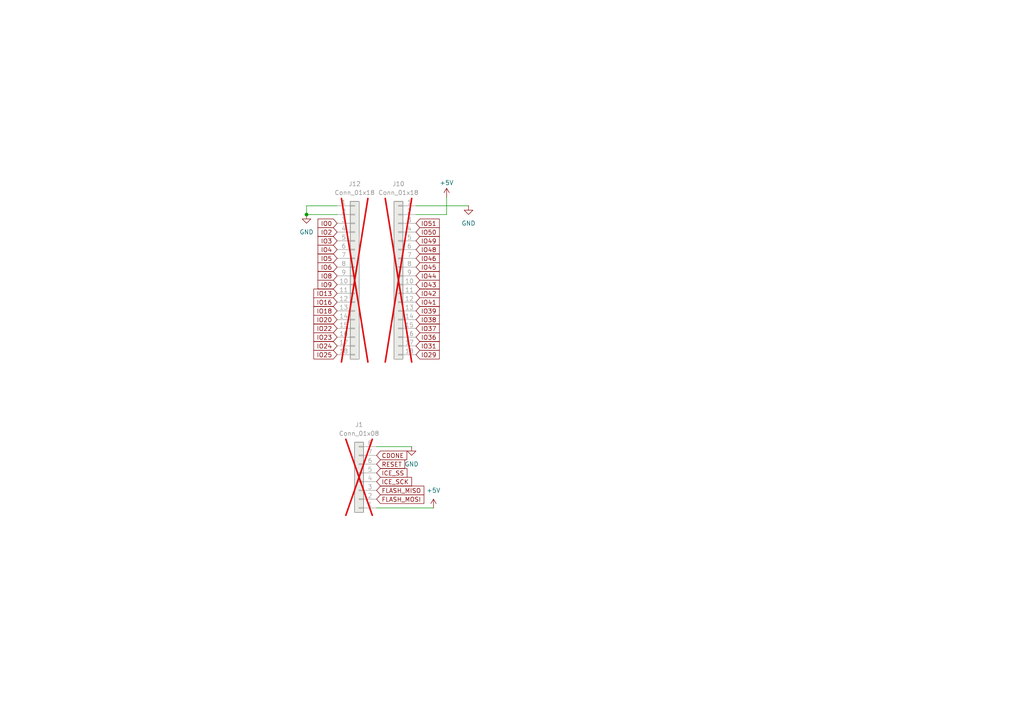
<source format=kicad_sch>
(kicad_sch (version 20250114) (generator "eeschema") (generator_version "9.0")
  (paper "A4")
  (lib_symbols
    (symbol "+5V_1" (power) (pin_numbers (hide yes)) (pin_names (offset 0) (hide yes))
      (property "Value" "+5V" (at 0 3.556 0))
      (symbol "+5V_1_0_1"
        (polyline (pts (xy -0.762 1.27) (xy 0 2.54)))
        (polyline (pts (xy 0 2.54) (xy 0.762 1.27)))
        (polyline (pts (xy 0 0) (xy 0 2.54)))
      )
      (symbol "+5V_1_1_1"
        (pin power_in line (at 0 0 90) (length 0) (name "~") (number "1"))
      )
    )
    (symbol "Connector_Generic:Conn_01x08" (pin_names (offset 1.016) (hide yes))
      (property "Reference" "J" (at 0 10.16 0))
      (property "Value" "Conn_01x08" (at 0 -12.7 0))
      (symbol "Conn_01x08_1_1"
        (rectangle (start -1.27 8.89) (end 1.27 -11.43) (stroke (width 0.254)) (fill (type background)))
        (rectangle (start -1.27 7.747) (end 0 7.493) (stroke (width 0.1524)))
        (rectangle (start -1.27 5.207) (end 0 4.953) (stroke (width 0.1524)))
        (rectangle (start -1.27 2.667) (end 0 2.413) (stroke (width 0.1524)))
        (rectangle (start -1.27 0.127) (end 0 -0.127) (stroke (width 0.1524)))
        (rectangle (start -1.27 -2.413) (end 0 -2.667) (stroke (width 0.1524)))
        (rectangle (start -1.27 -4.953) (end 0 -5.207) (stroke (width 0.1524)))
        (rectangle (start -1.27 -7.493) (end 0 -7.747) (stroke (width 0.1524)))
        (rectangle (start -1.27 -10.033) (end 0 -10.287) (stroke (width 0.1524)))
        (pin passive line (at -5.08 7.62 0) (length 3.81) (name "Pin_1") (number "1"))
        (pin passive line (at -5.08 5.08 0) (length 3.81) (name "Pin_2") (number "2"))
        (pin passive line (at -5.08 2.54 0) (length 3.81) (name "Pin_3") (number "3"))
        (pin passive line (at -5.08 0 0) (length 3.81) (name "Pin_4") (number "4"))
        (pin passive line (at -5.08 -2.54 0) (length 3.81) (name "Pin_5") (number "5"))
        (pin passive line (at -5.08 -5.08 0) (length 3.81) (name "Pin_6") (number "6"))
        (pin passive line (at -5.08 -7.62 0) (length 3.81) (name "Pin_7") (number "7"))
        (pin passive line (at -5.08 -10.16 0) (length 3.81) (name "Pin_8") (number "8"))
      )
    )
    (symbol "Connector_Generic:Conn_01x18" (pin_names (offset 1.016) (hide yes))
      (property "Reference" "J" (at 0 22.86 0))
      (property "Value" "Conn_01x18" (at 0 -25.4 0))
      (symbol "Conn_01x18_1_1"
        (rectangle (start -1.27 21.59) (end 1.27 -24.13) (stroke (width 0.254)) (fill (type background)))
        (rectangle (start -1.27 20.447) (end 0 20.193) (stroke (width 0.1524)))
        (rectangle (start -1.27 17.907) (end 0 17.653) (stroke (width 0.1524)))
        (rectangle (start -1.27 15.367) (end 0 15.113) (stroke (width 0.1524)))
        (rectangle (start -1.27 12.827) (end 0 12.573) (stroke (width 0.1524)))
        (rectangle (start -1.27 10.287) (end 0 10.033) (stroke (width 0.1524)))
        (rectangle (start -1.27 7.747) (end 0 7.493) (stroke (width 0.1524)))
        (rectangle (start -1.27 5.207) (end 0 4.953) (stroke (width 0.1524)))
        (rectangle (start -1.27 2.667) (end 0 2.413) (stroke (width 0.1524)))
        (rectangle (start -1.27 0.127) (end 0 -0.127) (stroke (width 0.1524)))
        (rectangle (start -1.27 -2.413) (end 0 -2.667) (stroke (width 0.1524)))
        (rectangle (start -1.27 -4.953) (end 0 -5.207) (stroke (width 0.1524)))
        (rectangle (start -1.27 -7.493) (end 0 -7.747) (stroke (width 0.1524)))
        (rectangle (start -1.27 -10.033) (end 0 -10.287) (stroke (width 0.1524)))
        (rectangle (start -1.27 -12.573) (end 0 -12.827) (stroke (width 0.1524)))
        (rectangle (start -1.27 -15.113) (end 0 -15.367) (stroke (width 0.1524)))
        (rectangle (start -1.27 -17.653) (end 0 -17.907) (stroke (width 0.1524)))
        (rectangle (start -1.27 -20.193) (end 0 -20.447) (stroke (width 0.1524)))
        (rectangle (start -1.27 -22.733) (end 0 -22.987) (stroke (width 0.1524)))
        (pin passive line (at -5.08 20.32 0) (length 3.81) (name "Pin_1") (number "1"))
        (pin passive line (at -5.08 17.78 0) (length 3.81) (name "Pin_2") (number "2"))
        (pin passive line (at -5.08 15.24 0) (length 3.81) (name "Pin_3") (number "3"))
        (pin passive line (at -5.08 12.7 0) (length 3.81) (name "Pin_4") (number "4"))
        (pin passive line (at -5.08 10.16 0) (length 3.81) (name "Pin_5") (number "5"))
        (pin passive line (at -5.08 7.62 0) (length 3.81) (name "Pin_6") (number "6"))
        (pin passive line (at -5.08 5.08 0) (length 3.81) (name "Pin_7") (number "7"))
        (pin passive line (at -5.08 2.54 0) (length 3.81) (name "Pin_8") (number "8"))
        (pin passive line (at -5.08 0 0) (length 3.81) (name "Pin_9") (number "9"))
        (pin passive line (at -5.08 -2.54 0) (length 3.81) (name "Pin_10") (number "10"))
        (pin passive line (at -5.08 -5.08 0) (length 3.81) (name "Pin_11") (number "11"))
        (pin passive line (at -5.08 -7.62 0) (length 3.81) (name "Pin_12") (number "12"))
        (pin passive line (at -5.08 -10.16 0) (length 3.81) (name "Pin_13") (number "13"))
        (pin passive line (at -5.08 -12.7 0) (length 3.81) (name "Pin_14") (number "14"))
        (pin passive line (at -5.08 -15.24 0) (length 3.81) (name "Pin_15") (number "15"))
        (pin passive line (at -5.08 -17.78 0) (length 3.81) (name "Pin_16") (number "16"))
        (pin passive line (at -5.08 -20.32 0) (length 3.81) (name "Pin_17") (number "17"))
        (pin passive line (at -5.08 -22.86 0) (length 3.81) (name "Pin_18") (number "18"))
      )
    )
    (symbol "power:+5V" (power) (pin_names (offset 0))
      (property "Value" "+5V" (at 0 3.556 0))
      (symbol "+5V_0_1"
        (polyline (pts (xy -0.762 1.27) (xy 0 2.54)))
        (polyline (pts (xy 0 2.54) (xy 0.762 1.27)))
        (polyline (pts (xy 0 0) (xy 0 2.54)))
      )
      (symbol "+5V_1_1"
        (pin power_in line (at 0 0 90) (length 0) (hide yes) (name "+5V") (number "1"))
      )
    )
    (symbol "power:GND" (power) (pin_numbers (hide yes)) (pin_names (offset 0) (hide yes))
      (property "Value" "GND" (at 0 -3.81 0))
      (symbol "GND_0_1"
        (polyline (pts (xy 0 0) (xy 0 -1.27) (xy 1.27 -1.27) (xy 0 -2.54) (xy -1.27 -1.27) (xy 0 -1.27)))
      )
      (symbol "GND_1_1"
        (pin power_in line (at 0 0 270) (length 0) (name "~") (number "1"))
      )
    )
  )
  (junction (at 88.9 62.23))
  (wire (pts (xy 109.22 129.54) (xy 119.38 129.54)))
  (wire (pts (xy 120.65 59.69) (xy 135.89 59.69)))
  (wire (pts (xy 88.9 59.69) (xy 88.9 62.23)))
  (wire (pts (xy 97.79 59.69) (xy 88.9 59.69)))
  (wire (pts (xy 88.9 62.23) (xy 97.79 62.23)))
  (wire (pts (xy 109.22 147.32) (xy 125.73 147.32)))
  (wire (pts (xy 129.54 57.15) (xy 129.54 62.23)))
  (wire (pts (xy 129.54 62.23) (xy 120.65 62.23)))
  (global_label "IO51" (shape input) (at 120.65 64.77 0) (property "Intersheetrefs" "${INTERSHEET_REFS}" (effects (hide yes))))
  (global_label "IO3" (shape input) (at 97.79 69.85 180) (property "Intersheetrefs" "${INTERSHEET_REFS}" (effects (hide yes))))
  (global_label "IO39" (shape input) (at 120.65 90.17 0) (property "Intersheetrefs" "${INTERSHEET_REFS}" (effects (hide yes))))
  (global_label "IO46" (shape input) (at 120.65 74.93 0) (property "Intersheetrefs" "${INTERSHEET_REFS}" (effects (hide yes))))
  (global_label "IO18" (shape input) (at 97.79 90.17 180) (property "Intersheetrefs" "${INTERSHEET_REFS}" (effects (hide yes))))
  (global_label "IO2" (shape input) (at 97.79 67.31 180) (property "Intersheetrefs" "${INTERSHEET_REFS}" (effects (hide yes))))
  (global_label "IO16" (shape input) (at 97.79 87.63 180) (property "Intersheetrefs" "${INTERSHEET_REFS}" (effects (hide yes))))
  (global_label "ICE_SS" (shape input) (at 109.22 137.16 0) (property "Intersheetrefs" "${INTERSHEET_REFS}" (effects (hide yes))))
  (global_label "IO31" (shape input) (at 120.65 100.33 0) (property "Intersheetrefs" "${INTERSHEET_REFS}" (effects (hide yes))))
  (global_label "IO38" (shape input) (at 120.65 92.71 0) (property "Intersheetrefs" "${INTERSHEET_REFS}" (effects (hide yes))))
  (global_label "IO23" (shape input) (at 97.79 97.79 180) (property "Intersheetrefs" "${INTERSHEET_REFS}" (effects (hide yes))))
  (global_label "FLASH_MOSI" (shape input) (at 109.22 144.78 0) (property "Intersheetrefs" "${INTERSHEET_REFS}" (effects (hide yes))))
  (global_label "IO44" (shape input) (at 120.65 80.01 0) (property "Intersheetrefs" "${INTERSHEET_REFS}" (effects (hide yes))))
  (global_label "RESET" (shape input) (at 109.22 134.62 0) (property "Intersheetrefs" "${INTERSHEET_REFS}" (effects (hide yes))))
  (global_label "IO48" (shape input) (at 120.65 72.39 0) (property "Intersheetrefs" "${INTERSHEET_REFS}" (effects (hide yes))))
  (global_label "FLASH_MISO" (shape input) (at 109.22 142.24 0) (property "Intersheetrefs" "${INTERSHEET_REFS}" (effects (hide yes))))
  (global_label "IO36" (shape input) (at 120.65 97.79 0) (property "Intersheetrefs" "${INTERSHEET_REFS}" (effects (hide yes))))
  (global_label "IO50" (shape input) (at 120.65 67.31 0) (property "Intersheetrefs" "${INTERSHEET_REFS}" (effects (hide yes))))
  (global_label "IO25" (shape input) (at 97.79 102.87 180) (property "Intersheetrefs" "${INTERSHEET_REFS}" (effects (hide yes))))
  (global_label "IO41" (shape input) (at 120.65 87.63 0) (property "Intersheetrefs" "${INTERSHEET_REFS}" (effects (hide yes))))
  (global_label "IO9" (shape input) (at 97.79 82.55 180) (property "Intersheetrefs" "${INTERSHEET_REFS}" (effects (hide yes))))
  (global_label "IO20" (shape input) (at 97.79 92.71 180) (property "Intersheetrefs" "${INTERSHEET_REFS}" (effects (hide yes))))
  (global_label "IO37" (shape input) (at 120.65 95.25 0) (property "Intersheetrefs" "${INTERSHEET_REFS}" (effects (hide yes))))
  (global_label "IO22" (shape input) (at 97.79 95.25 180) (property "Intersheetrefs" "${INTERSHEET_REFS}" (effects (hide yes))))
  (global_label "ICE_SCK" (shape input) (at 109.22 139.7 0) (property "Intersheetrefs" "${INTERSHEET_REFS}" (effects (hide yes))))
  (global_label "IO42" (shape input) (at 120.65 85.09 0) (property "Intersheetrefs" "${INTERSHEET_REFS}" (effects (hide yes))))
  (global_label "IO6" (shape input) (at 97.79 77.47 180) (property "Intersheetrefs" "${INTERSHEET_REFS}" (effects (hide yes))))
  (global_label "IO49" (shape input) (at 120.65 69.85 0) (property "Intersheetrefs" "${INTERSHEET_REFS}" (effects (hide yes))))
  (global_label "IO24" (shape input) (at 97.79 100.33 180) (property "Intersheetrefs" "${INTERSHEET_REFS}" (effects (hide yes))))
  (global_label "CDONE" (shape input) (at 109.22 132.08 0) (property "Intersheetrefs" "${INTERSHEET_REFS}" (effects (hide yes))))
  (global_label "IO0" (shape input) (at 97.79 64.77 180) (property "Intersheetrefs" "${INTERSHEET_REFS}" (effects (hide yes))))
  (global_label "IO4" (shape input) (at 97.79 72.39 180) (property "Intersheetrefs" "${INTERSHEET_REFS}" (effects (hide yes))))
  (global_label "IO13" (shape input) (at 97.79 85.09 180) (property "Intersheetrefs" "${INTERSHEET_REFS}" (effects (hide yes))))
  (global_label "IO29" (shape input) (at 120.65 102.87 0) (property "Intersheetrefs" "${INTERSHEET_REFS}" (effects (hide yes))))
  (global_label "IO45" (shape input) (at 120.65 77.47 0) (property "Intersheetrefs" "${INTERSHEET_REFS}" (effects (hide yes))))
  (global_label "IO43" (shape input) (at 120.65 82.55 0) (property "Intersheetrefs" "${INTERSHEET_REFS}" (effects (hide yes))))
  (global_label "IO8" (shape input) (at 97.79 80.01 180) (property "Intersheetrefs" "${INTERSHEET_REFS}" (effects (hide yes))))
  (global_label "IO5" (shape input) (at 97.79 74.93 180) (property "Intersheetrefs" "${INTERSHEET_REFS}" (effects (hide yes))))
  (symbol (lib_id "power:GND") (at 135.89 59.69 0) (unit 1)
    (property "Reference" "#PWR043" (effects (hide yes)))
    (property "Value" "GND" (at 135.89 64.77 0))
    (property "Description" "Power symbol creates a global label with name \"GND\" , ground" (effects (hide yes)))
  )
  (symbol (lib_id "power:+5V") (at 129.54 57.15 0) (unit 1)
    (property "Reference" "#PWR032" (effects (hide yes)))
    (property "Value" "+5V" (at 129.54 53.0169 0))
  )
  (symbol (lib_id "Connector_Generic:Conn_01x08") (at 104.14 139.7 180) (unit 1) (dnp yes)
    (property "Reference" "J1" (at 104.14 123.19 0))
    (property "Value" "Conn_01x08" (at 104.14 125.73 0))
    (property "Footprint" "Connector_PinSocket_2.54mm:PinSocket_1x08_P2.54mm_Vertical" (effects (hide yes)))
    (property "Description" "Generic connector, single row, 01x08, script generated (kicad-library-utils/schlib/autogen/connector/)" (effects (hide yes)))
  )
  (symbol (lib_id "power:GND") (at 119.38 129.54 0) (unit 1)
    (property "Reference" "#PWR03" (effects (hide yes)))
    (property "Value" "GND" (at 119.38 134.62 0))
    (property "Description" "Power symbol creates a global label with name \"GND\" , ground" (effects (hide yes)))
  )
  (symbol (lib_id "Connector_Generic:Conn_01x18") (at 115.57 80.01 0) (mirror y) (unit 1) (dnp yes)
    (property "Reference" "J10" (at 115.57 53.34 0))
    (property "Value" "Conn_01x18" (at 115.57 55.88 0))
    (property "Footprint" "Connector_PinSocket_2.54mm:PinSocket_1x18_P2.54mm_Vertical" (effects (hide yes)))
    (property "Description" "Generic connector, single row, 01x18, script generated (kicad-library-utils/schlib/autogen/connector/)" (effects (hide yes)))
  )
  (symbol (lib_id "Connector_Generic:Conn_01x18") (at 102.87 80.01 0) (unit 1) (dnp yes)
    (property "Reference" "J12" (at 102.87 53.34 0))
    (property "Value" "Conn_01x18" (at 102.87 55.88 0))
    (property "Footprint" "Connector_PinSocket_2.54mm:PinSocket_1x18_P2.54mm_Vertical" (effects (hide yes)))
    (property "Description" "Generic connector, single row, 01x18, script generated (kicad-library-utils/schlib/autogen/connector/)" (effects (hide yes)))
  )
  (symbol (lib_id "power:GND") (at 88.9 62.23 0) (unit 1)
    (property "Reference" "#PWR031" (effects (hide yes)))
    (property "Value" "GND" (at 88.9 67.31 0))
    (property "Description" "Power symbol creates a global label with name \"GND\" , ground" (effects (hide yes)))
  )
  (symbol (lib_name "+5V_1") (lib_id "power:+5V") (at 125.73 147.32 0) (unit 1)
    (property "Reference" "#PWR04" (effects (hide yes)))
    (property "Value" "+5V" (at 125.73 142.24 0))
    (property "Description" "Power symbol creates a global label with name \"+5V\"" (effects (hide yes)))
  )
)
</source>
